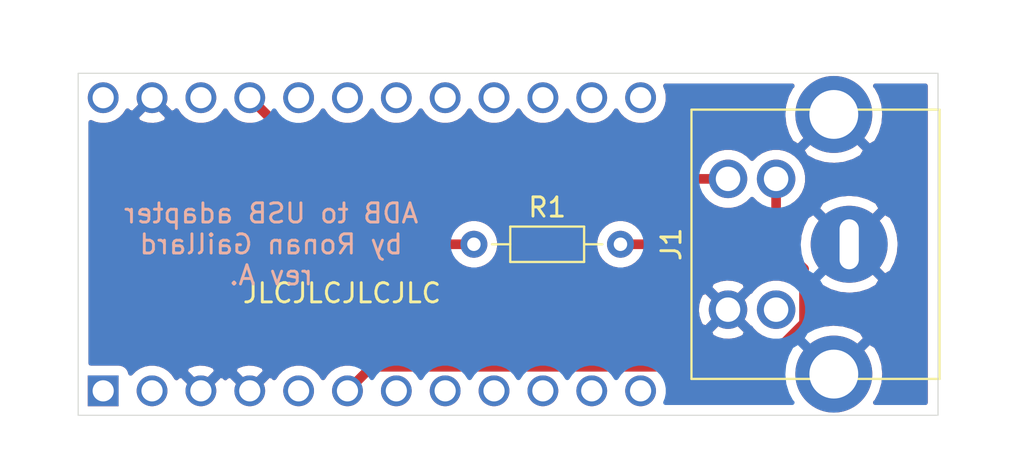
<source format=kicad_pcb>
(kicad_pcb (version 20171130) (host pcbnew "(5.1.8-0-10_14)")

  (general
    (thickness 1.6)
    (drawings 6)
    (tracks 12)
    (zones 0)
    (modules 3)
    (nets 24)
  )

  (page A4)
  (layers
    (0 F.Cu signal)
    (31 B.Cu signal)
    (32 B.Adhes user)
    (33 F.Adhes user)
    (34 B.Paste user)
    (35 F.Paste user)
    (36 B.SilkS user)
    (37 F.SilkS user)
    (38 B.Mask user)
    (39 F.Mask user)
    (40 Dwgs.User user)
    (41 Cmts.User user)
    (42 Eco1.User user)
    (43 Eco2.User user)
    (44 Edge.Cuts user)
    (45 Margin user)
    (46 B.CrtYd user)
    (47 F.CrtYd user)
    (48 B.Fab user)
    (49 F.Fab user)
  )

  (setup
    (last_trace_width 0.5)
    (user_trace_width 0.5)
    (trace_clearance 0.2)
    (zone_clearance 0.508)
    (zone_45_only no)
    (trace_min 0.2)
    (via_size 0.8)
    (via_drill 0.4)
    (via_min_size 0.4)
    (via_min_drill 0.3)
    (uvia_size 0.3)
    (uvia_drill 0.1)
    (uvias_allowed no)
    (uvia_min_size 0.2)
    (uvia_min_drill 0.1)
    (edge_width 0.05)
    (segment_width 0.2)
    (pcb_text_width 0.3)
    (pcb_text_size 1.5 1.5)
    (mod_edge_width 0.12)
    (mod_text_size 1 1)
    (mod_text_width 0.15)
    (pad_size 1.524 1.524)
    (pad_drill 0.762)
    (pad_to_mask_clearance 0)
    (aux_axis_origin 0 0)
    (visible_elements FFFFFF7F)
    (pcbplotparams
      (layerselection 0x010fc_ffffffff)
      (usegerberextensions false)
      (usegerberattributes true)
      (usegerberadvancedattributes true)
      (creategerberjobfile true)
      (excludeedgelayer true)
      (linewidth 0.100000)
      (plotframeref false)
      (viasonmask false)
      (mode 1)
      (useauxorigin false)
      (hpglpennumber 1)
      (hpglpenspeed 20)
      (hpglpendiameter 15.000000)
      (psnegative false)
      (psa4output false)
      (plotreference true)
      (plotvalue true)
      (plotinvisibletext false)
      (padsonsilk false)
      (subtractmaskfromsilk false)
      (outputformat 1)
      (mirror false)
      (drillshape 0)
      (scaleselection 1)
      (outputdirectory ""))
  )

  (net 0 "")
  (net 1 GND)
  (net 2 VCC)
  (net 3 "Net-(J1-Pad4)")
  (net 4 /ADB)
  (net 5 "Net-(U1-Pad24)")
  (net 6 "Net-(U1-Pad22)")
  (net 7 "Net-(U1-Pad20)")
  (net 8 "Net-(U1-Pad19)")
  (net 9 "Net-(U1-Pad18)")
  (net 10 "Net-(U1-Pad17)")
  (net 11 "Net-(U1-Pad16)")
  (net 12 "Net-(U1-Pad15)")
  (net 13 "Net-(U1-Pad14)")
  (net 14 "Net-(U1-Pad13)")
  (net 15 "Net-(U1-Pad12)")
  (net 16 "Net-(U1-Pad11)")
  (net 17 "Net-(U1-Pad10)")
  (net 18 "Net-(U1-Pad9)")
  (net 19 "Net-(U1-Pad8)")
  (net 20 "Net-(U1-Pad7)")
  (net 21 "Net-(U1-Pad5)")
  (net 22 "Net-(U1-Pad2)")
  (net 23 "Net-(U1-Pad1)")

  (net_class Default "This is the default net class."
    (clearance 0.2)
    (trace_width 0.25)
    (via_dia 0.8)
    (via_drill 0.4)
    (uvia_dia 0.3)
    (uvia_drill 0.1)
    (add_net /ADB)
    (add_net GND)
    (add_net "Net-(J1-Pad4)")
    (add_net "Net-(U1-Pad1)")
    (add_net "Net-(U1-Pad10)")
    (add_net "Net-(U1-Pad11)")
    (add_net "Net-(U1-Pad12)")
    (add_net "Net-(U1-Pad13)")
    (add_net "Net-(U1-Pad14)")
    (add_net "Net-(U1-Pad15)")
    (add_net "Net-(U1-Pad16)")
    (add_net "Net-(U1-Pad17)")
    (add_net "Net-(U1-Pad18)")
    (add_net "Net-(U1-Pad19)")
    (add_net "Net-(U1-Pad2)")
    (add_net "Net-(U1-Pad20)")
    (add_net "Net-(U1-Pad22)")
    (add_net "Net-(U1-Pad24)")
    (add_net "Net-(U1-Pad5)")
    (add_net "Net-(U1-Pad7)")
    (add_net "Net-(U1-Pad8)")
    (add_net "Net-(U1-Pad9)")
    (add_net VCC)
  )

  (module kicad-footprints-perso:adb_connector (layer F.Cu) (tedit 616955B6) (tstamp 616A49E5)
    (at 144 0 270)
    (path /61697BD7)
    (fp_text reference J1 (at 0 7.5 90) (layer F.SilkS)
      (effects (font (size 1 1) (thickness 0.15)))
    )
    (fp_text value Conn_01x05_Female (at 0 10 90) (layer F.Fab)
      (effects (font (size 1 1) (thickness 0.15)))
    )
    (fp_text user "ADB connector on this side" (at 0 -10 90) (layer Dwgs.User)
      (effects (font (size 1 1) (thickness 0.15)))
    )
    (fp_line (start -7 -6.45) (end 7 -6.45) (layer F.SilkS) (width 0.12))
    (fp_line (start 7 -6.45) (end 7 6.45) (layer F.SilkS) (width 0.12))
    (fp_line (start 7 6.45) (end -7 6.45) (layer F.SilkS) (width 0.12))
    (fp_line (start -7 6.45) (end -7 -6.45) (layer F.SilkS) (width 0.12))
    (pad 5 thru_hole circle (at 3.4 4.55 270) (size 2 2) (drill 1.27) (layers *.Cu *.Mask)
      (net 1 GND))
    (pad 3 thru_hole circle (at -3.4 4.55 270) (size 2 2) (drill 1.27) (layers *.Cu *.Mask)
      (net 2 VCC))
    (pad 4 thru_hole circle (at 3.4 2.05 270) (size 2 2) (drill 1.27) (layers *.Cu *.Mask)
      (net 3 "Net-(J1-Pad4)"))
    (pad 2 thru_hole circle (at -3.4 2.05 270) (size 2 2) (drill 1.27) (layers *.Cu *.Mask)
      (net 4 /ADB))
    (pad 1 thru_hole circle (at 0 -1.75 270) (size 4 4) (drill oval 2.6 1) (layers *.Cu *.Mask)
      (net 1 GND))
    (pad 1 thru_hole circle (at 6.75 -0.95 270) (size 4 4) (drill 2.54) (layers *.Cu *.Mask)
      (net 1 GND))
    (pad 1 thru_hole circle (at -6.75 -0.95 270) (size 4 4) (drill 2.54) (layers *.Cu *.Mask)
      (net 1 GND))
  )

  (module promicro:ProMicro-NoSilk (layer F.Cu) (tedit 5C3BC269) (tstamp 616A4A20)
    (at 120.935001 0)
    (descr "Pro Micro footprint")
    (tags "promicro ProMicro")
    (path /6169522B)
    (fp_text reference U1 (at 0 -10.16) (layer F.SilkS) hide
      (effects (font (size 1 1) (thickness 0.15)))
    )
    (fp_text value ProMicro (at 0 10.16) (layer F.Fab)
      (effects (font (size 1 1) (thickness 0.15)))
    )
    (fp_line (start -15.24 8.89) (end 15.24 8.89) (layer Dwgs.User) (width 0.15))
    (fp_line (start -15.24 8.89) (end -15.24 3.81) (layer Dwgs.User) (width 0.15))
    (fp_line (start -15.24 3.81) (end -17.78 3.81) (layer Dwgs.User) (width 0.15))
    (fp_line (start -17.78 3.81) (end -17.78 -3.81) (layer Dwgs.User) (width 0.15))
    (fp_line (start -17.78 -3.81) (end -15.24 -3.81) (layer Dwgs.User) (width 0.15))
    (fp_line (start -15.24 -3.81) (end -15.24 -8.89) (layer Dwgs.User) (width 0.15))
    (fp_line (start -15.24 -8.89) (end 15.24 -8.89) (layer Dwgs.User) (width 0.15))
    (fp_line (start 15.24 -8.89) (end 15.24 8.89) (layer Dwgs.User) (width 0.15))
    (pad 24 thru_hole circle (at -13.97 -7.62) (size 1.6 1.6) (drill 1.1) (layers *.Cu *.Mask)
      (net 5 "Net-(U1-Pad24)"))
    (pad 23 thru_hole circle (at -11.43 -7.62) (size 1.6 1.6) (drill 1.1) (layers *.Cu *.Mask)
      (net 1 GND))
    (pad 22 thru_hole circle (at -8.89 -7.62) (size 1.6 1.6) (drill 1.1) (layers *.Cu *.Mask)
      (net 6 "Net-(U1-Pad22)"))
    (pad 21 thru_hole circle (at -6.35 -7.62) (size 1.6 1.6) (drill 1.1) (layers *.Cu *.Mask)
      (net 2 VCC))
    (pad 20 thru_hole circle (at -3.81 -7.62) (size 1.6 1.6) (drill 1.1) (layers *.Cu *.Mask)
      (net 7 "Net-(U1-Pad20)"))
    (pad 19 thru_hole circle (at -1.27 -7.62) (size 1.6 1.6) (drill 1.1) (layers *.Cu *.Mask)
      (net 8 "Net-(U1-Pad19)"))
    (pad 18 thru_hole circle (at 1.27 -7.62) (size 1.6 1.6) (drill 1.1) (layers *.Cu *.Mask)
      (net 9 "Net-(U1-Pad18)"))
    (pad 17 thru_hole circle (at 3.81 -7.62) (size 1.6 1.6) (drill 1.1) (layers *.Cu *.Mask)
      (net 10 "Net-(U1-Pad17)"))
    (pad 16 thru_hole circle (at 6.35 -7.62) (size 1.6 1.6) (drill 1.1) (layers *.Cu *.Mask)
      (net 11 "Net-(U1-Pad16)"))
    (pad 15 thru_hole circle (at 8.89 -7.62) (size 1.6 1.6) (drill 1.1) (layers *.Cu *.Mask)
      (net 12 "Net-(U1-Pad15)"))
    (pad 14 thru_hole circle (at 11.43 -7.62) (size 1.6 1.6) (drill 1.1) (layers *.Cu *.Mask)
      (net 13 "Net-(U1-Pad14)"))
    (pad 13 thru_hole circle (at 13.97 -7.62) (size 1.6 1.6) (drill 1.1) (layers *.Cu *.Mask)
      (net 14 "Net-(U1-Pad13)"))
    (pad 12 thru_hole circle (at 13.97 7.62) (size 1.6 1.6) (drill 1.1) (layers *.Cu *.Mask)
      (net 15 "Net-(U1-Pad12)"))
    (pad 11 thru_hole circle (at 11.43 7.62) (size 1.6 1.6) (drill 1.1) (layers *.Cu *.Mask)
      (net 16 "Net-(U1-Pad11)"))
    (pad 10 thru_hole circle (at 8.89 7.62) (size 1.6 1.6) (drill 1.1) (layers *.Cu *.Mask)
      (net 17 "Net-(U1-Pad10)"))
    (pad 9 thru_hole circle (at 6.35 7.62) (size 1.6 1.6) (drill 1.1) (layers *.Cu *.Mask)
      (net 18 "Net-(U1-Pad9)"))
    (pad 8 thru_hole circle (at 3.81 7.62) (size 1.6 1.6) (drill 1.1) (layers *.Cu *.Mask)
      (net 19 "Net-(U1-Pad8)"))
    (pad 7 thru_hole circle (at 1.27 7.62) (size 1.6 1.6) (drill 1.1) (layers *.Cu *.Mask)
      (net 20 "Net-(U1-Pad7)"))
    (pad 6 thru_hole circle (at -1.27 7.62) (size 1.6 1.6) (drill 1.1) (layers *.Cu *.Mask)
      (net 4 /ADB))
    (pad 5 thru_hole circle (at -3.81 7.62) (size 1.6 1.6) (drill 1.1) (layers *.Cu *.Mask)
      (net 21 "Net-(U1-Pad5)"))
    (pad 4 thru_hole circle (at -6.35 7.62) (size 1.6 1.6) (drill 1.1) (layers *.Cu *.Mask)
      (net 1 GND))
    (pad 3 thru_hole circle (at -8.89 7.62) (size 1.6 1.6) (drill 1.1) (layers *.Cu *.Mask)
      (net 1 GND))
    (pad 2 thru_hole circle (at -11.43 7.62) (size 1.6 1.6) (drill 1.1) (layers *.Cu *.Mask)
      (net 22 "Net-(U1-Pad2)"))
    (pad 1 thru_hole rect (at -13.97 7.62) (size 1.6 1.6) (drill 1.1) (layers *.Cu *.Mask)
      (net 23 "Net-(U1-Pad1)"))
  )

  (module Resistor_THT:R_Axial_DIN0204_L3.6mm_D1.6mm_P7.62mm_Horizontal (layer F.Cu) (tedit 5AE5139B) (tstamp 616A49FC)
    (at 126.238 0)
    (descr "Resistor, Axial_DIN0204 series, Axial, Horizontal, pin pitch=7.62mm, 0.167W, length*diameter=3.6*1.6mm^2, http://cdn-reichelt.de/documents/datenblatt/B400/1_4W%23YAG.pdf")
    (tags "Resistor Axial_DIN0204 series Axial Horizontal pin pitch 7.62mm 0.167W length 3.6mm diameter 1.6mm")
    (path /616969BB)
    (fp_text reference R1 (at 3.81 -1.92) (layer F.SilkS)
      (effects (font (size 1 1) (thickness 0.15)))
    )
    (fp_text value R (at 3.81 1.92) (layer F.Fab)
      (effects (font (size 1 1) (thickness 0.15)))
    )
    (fp_text user %R (at 3.81 0) (layer F.Fab)
      (effects (font (size 0.72 0.72) (thickness 0.108)))
    )
    (fp_line (start 2.01 -0.8) (end 2.01 0.8) (layer F.Fab) (width 0.1))
    (fp_line (start 2.01 0.8) (end 5.61 0.8) (layer F.Fab) (width 0.1))
    (fp_line (start 5.61 0.8) (end 5.61 -0.8) (layer F.Fab) (width 0.1))
    (fp_line (start 5.61 -0.8) (end 2.01 -0.8) (layer F.Fab) (width 0.1))
    (fp_line (start 0 0) (end 2.01 0) (layer F.Fab) (width 0.1))
    (fp_line (start 7.62 0) (end 5.61 0) (layer F.Fab) (width 0.1))
    (fp_line (start 1.89 -0.92) (end 1.89 0.92) (layer F.SilkS) (width 0.12))
    (fp_line (start 1.89 0.92) (end 5.73 0.92) (layer F.SilkS) (width 0.12))
    (fp_line (start 5.73 0.92) (end 5.73 -0.92) (layer F.SilkS) (width 0.12))
    (fp_line (start 5.73 -0.92) (end 1.89 -0.92) (layer F.SilkS) (width 0.12))
    (fp_line (start 0.94 0) (end 1.89 0) (layer F.SilkS) (width 0.12))
    (fp_line (start 6.68 0) (end 5.73 0) (layer F.SilkS) (width 0.12))
    (fp_line (start -0.95 -1.05) (end -0.95 1.05) (layer F.CrtYd) (width 0.05))
    (fp_line (start -0.95 1.05) (end 8.57 1.05) (layer F.CrtYd) (width 0.05))
    (fp_line (start 8.57 1.05) (end 8.57 -1.05) (layer F.CrtYd) (width 0.05))
    (fp_line (start 8.57 -1.05) (end -0.95 -1.05) (layer F.CrtYd) (width 0.05))
    (pad 2 thru_hole oval (at 7.62 0) (size 1.4 1.4) (drill 0.7) (layers *.Cu *.Mask)
      (net 4 /ADB))
    (pad 1 thru_hole circle (at 0 0) (size 1.4 1.4) (drill 0.7) (layers *.Cu *.Mask)
      (net 2 VCC))
    (model ${KISYS3DMOD}/Resistor_THT.3dshapes/R_Axial_DIN0204_L3.6mm_D1.6mm_P7.62mm_Horizontal.wrl
      (at (xyz 0 0 0))
      (scale (xyz 1 1 1))
      (rotate (xyz 0 0 0))
    )
  )

  (gr_text JLCJLCJLCJLC (at 119.38 2.54) (layer F.SilkS)
    (effects (font (size 1 1) (thickness 0.15)))
  )
  (gr_text "ADB to USB adapter\nby Ronan Gaillard\nrev A." (at 115.697 0) (layer B.SilkS)
    (effects (font (size 1 1) (thickness 0.15)) (justify mirror))
  )
  (gr_line (start 105.664 8.89) (end 105.664 -8.89) (layer Edge.Cuts) (width 0.05) (tstamp 616A4D7D))
  (gr_line (start 150.368 8.89) (end 105.664 8.89) (layer Edge.Cuts) (width 0.05))
  (gr_line (start 150.368 -8.89) (end 150.368 8.89) (layer Edge.Cuts) (width 0.05))
  (gr_line (start 105.664 -8.89) (end 150.368 -8.89) (layer Edge.Cuts) (width 0.05))

  (segment (start 122.205001 0) (end 126.238 0) (width 0.5) (layer F.Cu) (net 2))
  (segment (start 114.585001 -7.62) (end 122.205001 0) (width 0.5) (layer F.Cu) (net 2))
  (segment (start 118.805001 -3.4) (end 114.585001 -7.62) (width 0.5) (layer F.Cu) (net 2))
  (segment (start 139.45 -3.4) (end 118.805001 -3.4) (width 0.5) (layer F.Cu) (net 2))
  (segment (start 120.915002 6.369999) (end 119.665001 7.62) (width 0.5) (layer F.Cu) (net 4))
  (segment (start 141.126003 6.369999) (end 120.915002 6.369999) (width 0.5) (layer F.Cu) (net 4))
  (segment (start 141.95 -0.173998) (end 143.400001 1.276003) (width 0.5) (layer F.Cu) (net 4))
  (segment (start 143.400001 4.096001) (end 141.126003 6.369999) (width 0.5) (layer F.Cu) (net 4))
  (segment (start 143.400001 1.276003) (end 143.400001 4.096001) (width 0.5) (layer F.Cu) (net 4))
  (segment (start 141.95 -3.4) (end 141.95 -0.173998) (width 0.5) (layer F.Cu) (net 4))
  (segment (start 141.776002 0) (end 141.95 -0.173998) (width 0.5) (layer F.Cu) (net 4))
  (segment (start 133.858 0) (end 141.776002 0) (width 0.5) (layer F.Cu) (net 4))

  (zone (net 1) (net_name GND) (layer F.Cu) (tstamp 616A5048) (hatch edge 0.508)
    (connect_pads (clearance 0.508))
    (min_thickness 0.254)
    (fill yes (arc_segments 32) (thermal_gap 0.508) (thermal_bridge_width 0.508))
    (polygon
      (pts
        (xy 152.4 10.16) (xy 101.6 10.16) (xy 101.6 -12.7) (xy 152.4 -12.7)
      )
    )
    (filled_polygon
      (pts
        (xy 142.735742 -8.201772) (xy 142.495062 -7.741895) (xy 142.348725 -7.243902) (xy 142.302352 -6.726929) (xy 142.357727 -6.210841)
        (xy 142.512721 -5.715474) (xy 142.735742 -5.298228) (xy 143.102501 -5.082106) (xy 144.770395 -6.75) (xy 144.756253 -6.764143)
        (xy 144.935858 -6.943748) (xy 144.95 -6.929605) (xy 144.964143 -6.943748) (xy 145.143748 -6.764143) (xy 145.129605 -6.75)
        (xy 146.797499 -5.082106) (xy 147.164258 -5.298228) (xy 147.404938 -5.758105) (xy 147.551275 -6.256098) (xy 147.597648 -6.773071)
        (xy 147.542273 -7.289159) (xy 147.387279 -7.784526) (xy 147.164258 -8.201772) (xy 147.116355 -8.23) (xy 149.708 -8.23)
        (xy 149.708001 8.23) (xy 147.116355 8.23) (xy 147.164258 8.201772) (xy 147.404938 7.741895) (xy 147.551275 7.243902)
        (xy 147.597648 6.726929) (xy 147.542273 6.210841) (xy 147.387279 5.715474) (xy 147.164258 5.298228) (xy 146.797499 5.082106)
        (xy 145.129605 6.75) (xy 145.143748 6.764143) (xy 144.964143 6.943748) (xy 144.95 6.929605) (xy 144.935858 6.943748)
        (xy 144.756253 6.764143) (xy 144.770395 6.75) (xy 144.756253 6.735858) (xy 144.935858 6.556253) (xy 144.95 6.570395)
        (xy 146.617894 4.902501) (xy 146.401772 4.535742) (xy 145.941895 4.295062) (xy 145.443902 4.148725) (xy 144.926929 4.102352)
        (xy 144.410841 4.157727) (xy 144.279145 4.198933) (xy 144.285001 4.139478) (xy 144.285001 4.13947) (xy 144.289282 4.096001)
        (xy 144.285001 4.052532) (xy 144.285001 2.191812) (xy 144.298228 2.214258) (xy 144.758105 2.454938) (xy 145.256098 2.601275)
        (xy 145.773071 2.647648) (xy 146.289159 2.592273) (xy 146.784526 2.437279) (xy 147.201772 2.214258) (xy 147.417894 1.847499)
        (xy 145.75 0.179605) (xy 145.735858 0.193748) (xy 145.556253 0.014143) (xy 145.570395 0) (xy 145.929605 0)
        (xy 147.597499 1.667894) (xy 147.964258 1.451772) (xy 148.204938 0.991895) (xy 148.351275 0.493902) (xy 148.397648 -0.023071)
        (xy 148.342273 -0.539159) (xy 148.187279 -1.034526) (xy 147.964258 -1.451772) (xy 147.597499 -1.667894) (xy 145.929605 0)
        (xy 145.570395 0) (xy 143.902501 -1.667894) (xy 143.535742 -1.451772) (xy 143.295062 -0.991895) (xy 143.148725 -0.493902)
        (xy 143.126742 -0.248834) (xy 142.835 -0.540576) (xy 142.835 -1.847499) (xy 144.082106 -1.847499) (xy 145.75 -0.179605)
        (xy 147.417894 -1.847499) (xy 147.201772 -2.214258) (xy 146.741895 -2.454938) (xy 146.243902 -2.601275) (xy 145.726929 -2.647648)
        (xy 145.210841 -2.592273) (xy 144.715474 -2.437279) (xy 144.298228 -2.214258) (xy 144.082106 -1.847499) (xy 142.835 -1.847499)
        (xy 142.835 -2.024941) (xy 142.992252 -2.130013) (xy 143.219987 -2.357748) (xy 143.398918 -2.625537) (xy 143.522168 -2.923088)
        (xy 143.585 -3.238967) (xy 143.585 -3.561033) (xy 143.522168 -3.876912) (xy 143.398918 -4.174463) (xy 143.219987 -4.442252)
        (xy 142.992252 -4.669987) (xy 142.724463 -4.848918) (xy 142.595103 -4.902501) (xy 143.282106 -4.902501) (xy 143.498228 -4.535742)
        (xy 143.958105 -4.295062) (xy 144.456098 -4.148725) (xy 144.973071 -4.102352) (xy 145.489159 -4.157727) (xy 145.984526 -4.312721)
        (xy 146.401772 -4.535742) (xy 146.617894 -4.902501) (xy 144.95 -6.570395) (xy 143.282106 -4.902501) (xy 142.595103 -4.902501)
        (xy 142.426912 -4.972168) (xy 142.111033 -5.035) (xy 141.788967 -5.035) (xy 141.473088 -4.972168) (xy 141.175537 -4.848918)
        (xy 140.907748 -4.669987) (xy 140.7 -4.462239) (xy 140.492252 -4.669987) (xy 140.224463 -4.848918) (xy 139.926912 -4.972168)
        (xy 139.611033 -5.035) (xy 139.288967 -5.035) (xy 138.973088 -4.972168) (xy 138.675537 -4.848918) (xy 138.407748 -4.669987)
        (xy 138.180013 -4.442252) (xy 138.074941 -4.285) (xy 119.17158 -4.285) (xy 117.27071 -6.18587) (xy 117.543575 -6.240147)
        (xy 117.804728 -6.34832) (xy 118.03976 -6.505363) (xy 118.239638 -6.705241) (xy 118.395001 -6.937759) (xy 118.550364 -6.705241)
        (xy 118.750242 -6.505363) (xy 118.985274 -6.34832) (xy 119.246427 -6.240147) (xy 119.523666 -6.185) (xy 119.806336 -6.185)
        (xy 120.083575 -6.240147) (xy 120.344728 -6.34832) (xy 120.57976 -6.505363) (xy 120.779638 -6.705241) (xy 120.935001 -6.937759)
        (xy 121.090364 -6.705241) (xy 121.290242 -6.505363) (xy 121.525274 -6.34832) (xy 121.786427 -6.240147) (xy 122.063666 -6.185)
        (xy 122.346336 -6.185) (xy 122.623575 -6.240147) (xy 122.884728 -6.34832) (xy 123.11976 -6.505363) (xy 123.319638 -6.705241)
        (xy 123.475001 -6.937759) (xy 123.630364 -6.705241) (xy 123.830242 -6.505363) (xy 124.065274 -6.34832) (xy 124.326427 -6.240147)
        (xy 124.603666 -6.185) (xy 124.886336 -6.185) (xy 125.163575 -6.240147) (xy 125.424728 -6.34832) (xy 125.65976 -6.505363)
        (xy 125.859638 -6.705241) (xy 126.015001 -6.937759) (xy 126.170364 -6.705241) (xy 126.370242 -6.505363) (xy 126.605274 -6.34832)
        (xy 126.866427 -6.240147) (xy 127.143666 -6.185) (xy 127.426336 -6.185) (xy 127.703575 -6.240147) (xy 127.964728 -6.34832)
        (xy 128.19976 -6.505363) (xy 128.399638 -6.705241) (xy 128.555001 -6.937759) (xy 128.710364 -6.705241) (xy 128.910242 -6.505363)
        (xy 129.145274 -6.34832) (xy 129.406427 -6.240147) (xy 129.683666 -6.185) (xy 129.966336 -6.185) (xy 130.243575 -6.240147)
        (xy 130.504728 -6.34832) (xy 130.73976 -6.505363) (xy 130.939638 -6.705241) (xy 131.095001 -6.937759) (xy 131.250364 -6.705241)
        (xy 131.450242 -6.505363) (xy 131.685274 -6.34832) (xy 131.946427 -6.240147) (xy 132.223666 -6.185) (xy 132.506336 -6.185)
        (xy 132.783575 -6.240147) (xy 133.044728 -6.34832) (xy 133.27976 -6.505363) (xy 133.479638 -6.705241) (xy 133.635001 -6.937759)
        (xy 133.790364 -6.705241) (xy 133.990242 -6.505363) (xy 134.225274 -6.34832) (xy 134.486427 -6.240147) (xy 134.763666 -6.185)
        (xy 135.046336 -6.185) (xy 135.323575 -6.240147) (xy 135.584728 -6.34832) (xy 135.81976 -6.505363) (xy 136.019638 -6.705241)
        (xy 136.176681 -6.940273) (xy 136.284854 -7.201426) (xy 136.340001 -7.478665) (xy 136.340001 -7.761335) (xy 136.284854 -8.038574)
        (xy 136.205563 -8.23) (xy 142.783645 -8.23)
      )
    )
    (filled_polygon
      (pts
        (xy 109.698749 -7.634143) (xy 109.684606 -7.62) (xy 110.497703 -6.806903) (xy 110.741672 -6.878486) (xy 110.772195 -6.942992)
        (xy 110.773321 -6.940273) (xy 110.930364 -6.705241) (xy 111.130242 -6.505363) (xy 111.365274 -6.34832) (xy 111.626427 -6.240147)
        (xy 111.903666 -6.185) (xy 112.186336 -6.185) (xy 112.463575 -6.240147) (xy 112.724728 -6.34832) (xy 112.95976 -6.505363)
        (xy 113.159638 -6.705241) (xy 113.315001 -6.937759) (xy 113.470364 -6.705241) (xy 113.670242 -6.505363) (xy 113.905274 -6.34832)
        (xy 114.166427 -6.240147) (xy 114.443666 -6.185) (xy 114.726336 -6.185) (xy 114.76144 -6.191983) (xy 117.726913 -3.22651)
        (xy 118.148469 -2.804953) (xy 118.176184 -2.771183) (xy 118.209954 -2.743468) (xy 121.548471 0.595049) (xy 121.576184 0.628817)
        (xy 121.609952 0.65653) (xy 121.609954 0.656532) (xy 121.639715 0.680956) (xy 121.710942 0.739411) (xy 121.864688 0.821589)
        (xy 122.031511 0.872195) (xy 122.161524 0.885) (xy 122.161534 0.885) (xy 122.205 0.889281) (xy 122.248466 0.885)
        (xy 125.235025 0.885) (xy 125.386987 1.036962) (xy 125.605641 1.183061) (xy 125.848595 1.283696) (xy 126.106514 1.335)
        (xy 126.369486 1.335) (xy 126.627405 1.283696) (xy 126.870359 1.183061) (xy 127.089013 1.036962) (xy 127.274962 0.851013)
        (xy 127.421061 0.632359) (xy 127.521696 0.389405) (xy 127.573 0.131486) (xy 127.573 -0.131486) (xy 127.521696 -0.389405)
        (xy 127.421061 -0.632359) (xy 127.274962 -0.851013) (xy 127.089013 -1.036962) (xy 126.870359 -1.183061) (xy 126.627405 -1.283696)
        (xy 126.369486 -1.335) (xy 126.106514 -1.335) (xy 125.848595 -1.283696) (xy 125.605641 -1.183061) (xy 125.386987 -1.036962)
        (xy 125.235025 -0.885) (xy 122.57158 -0.885) (xy 120.94158 -2.515) (xy 138.074941 -2.515) (xy 138.180013 -2.357748)
        (xy 138.407748 -2.130013) (xy 138.675537 -1.951082) (xy 138.973088 -1.827832) (xy 139.288967 -1.765) (xy 139.611033 -1.765)
        (xy 139.926912 -1.827832) (xy 140.224463 -1.951082) (xy 140.492252 -2.130013) (xy 140.7 -2.337761) (xy 140.907748 -2.130013)
        (xy 141.065 -2.02494) (xy 141.065001 -0.885) (xy 134.860975 -0.885) (xy 134.709013 -1.036962) (xy 134.490359 -1.183061)
        (xy 134.247405 -1.283696) (xy 133.989486 -1.335) (xy 133.726514 -1.335) (xy 133.468595 -1.283696) (xy 133.225641 -1.183061)
        (xy 133.006987 -1.036962) (xy 132.821038 -0.851013) (xy 132.674939 -0.632359) (xy 132.574304 -0.389405) (xy 132.523 -0.131486)
        (xy 132.523 0.131486) (xy 132.574304 0.389405) (xy 132.674939 0.632359) (xy 132.821038 0.851013) (xy 133.006987 1.036962)
        (xy 133.225641 1.183061) (xy 133.468595 1.283696) (xy 133.726514 1.335) (xy 133.989486 1.335) (xy 134.247405 1.283696)
        (xy 134.490359 1.183061) (xy 134.709013 1.036962) (xy 134.860975 0.885) (xy 141.732533 0.885) (xy 141.760138 0.887719)
        (xy 142.515001 1.642582) (xy 142.515001 1.86432) (xy 142.426912 1.827832) (xy 142.111033 1.765) (xy 141.788967 1.765)
        (xy 141.473088 1.827832) (xy 141.175537 1.951082) (xy 140.907748 2.130013) (xy 140.680013 2.357748) (xy 140.615075 2.454935)
        (xy 140.585413 2.444192) (xy 139.629605 3.4) (xy 140.585413 4.355808) (xy 140.615075 4.345065) (xy 140.680013 4.442252)
        (xy 140.907748 4.669987) (xy 141.175537 4.848918) (xy 141.331078 4.913345) (xy 140.759425 5.484999) (xy 120.958467 5.484999)
        (xy 120.915001 5.480718) (xy 120.871535 5.484999) (xy 120.871525 5.484999) (xy 120.741512 5.497804) (xy 120.574689 5.54841)
        (xy 120.420943 5.630588) (xy 120.420941 5.630589) (xy 120.420942 5.630589) (xy 120.319955 5.713467) (xy 120.319953 5.713469)
        (xy 120.286185 5.741182) (xy 120.258472 5.77495) (xy 119.84144 6.191983) (xy 119.806336 6.185) (xy 119.523666 6.185)
        (xy 119.246427 6.240147) (xy 118.985274 6.34832) (xy 118.750242 6.505363) (xy 118.550364 6.705241) (xy 118.395001 6.937759)
        (xy 118.239638 6.705241) (xy 118.03976 6.505363) (xy 117.804728 6.34832) (xy 117.543575 6.240147) (xy 117.266336 6.185)
        (xy 116.983666 6.185) (xy 116.706427 6.240147) (xy 116.445274 6.34832) (xy 116.210242 6.505363) (xy 116.010364 6.705241)
        (xy 115.854086 6.939128) (xy 115.821672 6.878486) (xy 115.577703 6.806903) (xy 114.764606 7.62) (xy 114.778749 7.634143)
        (xy 114.599144 7.813748) (xy 114.585001 7.799605) (xy 114.570859 7.813748) (xy 114.391254 7.634143) (xy 114.405396 7.62)
        (xy 113.592299 6.806903) (xy 113.34833 6.878486) (xy 113.31703 6.944636) (xy 113.281672 6.878486) (xy 113.037703 6.806903)
        (xy 112.224606 7.62) (xy 112.238749 7.634143) (xy 112.059144 7.813748) (xy 112.045001 7.799605) (xy 112.030859 7.813748)
        (xy 111.851254 7.634143) (xy 111.865396 7.62) (xy 111.052299 6.806903) (xy 110.80833 6.878486) (xy 110.777807 6.942992)
        (xy 110.776681 6.940273) (xy 110.619638 6.705241) (xy 110.541695 6.627298) (xy 111.231904 6.627298) (xy 112.045001 7.440395)
        (xy 112.858098 6.627298) (xy 113.771904 6.627298) (xy 114.585001 7.440395) (xy 115.398098 6.627298) (xy 115.326515 6.383329)
        (xy 115.071005 6.262429) (xy 114.796817 6.1937) (xy 114.514489 6.179783) (xy 114.234871 6.221213) (xy 113.968709 6.316397)
        (xy 113.843487 6.383329) (xy 113.771904 6.627298) (xy 112.858098 6.627298) (xy 112.786515 6.383329) (xy 112.531005 6.262429)
        (xy 112.256817 6.1937) (xy 111.974489 6.179783) (xy 111.694871 6.221213) (xy 111.428709 6.316397) (xy 111.303487 6.383329)
        (xy 111.231904 6.627298) (xy 110.541695 6.627298) (xy 110.41976 6.505363) (xy 110.184728 6.34832) (xy 109.923575 6.240147)
        (xy 109.646336 6.185) (xy 109.363666 6.185) (xy 109.086427 6.240147) (xy 108.825274 6.34832) (xy 108.590242 6.505363)
        (xy 108.391644 6.703961) (xy 108.390813 6.695518) (xy 108.354503 6.57582) (xy 108.295538 6.465506) (xy 108.216186 6.368815)
        (xy 108.119495 6.289463) (xy 108.009181 6.230498) (xy 107.889483 6.194188) (xy 107.765001 6.181928) (xy 106.324 6.181928)
        (xy 106.324 4.535413) (xy 138.494192 4.535413) (xy 138.589956 4.799814) (xy 138.879571 4.940704) (xy 139.191108 5.022384)
        (xy 139.512595 5.041718) (xy 139.831675 4.997961) (xy 140.136088 4.892795) (xy 140.310044 4.799814) (xy 140.405808 4.535413)
        (xy 139.45 3.579605) (xy 138.494192 4.535413) (xy 106.324 4.535413) (xy 106.324 3.462595) (xy 137.808282 3.462595)
        (xy 137.852039 3.781675) (xy 137.957205 4.086088) (xy 138.050186 4.260044) (xy 138.314587 4.355808) (xy 139.270395 3.4)
        (xy 138.314587 2.444192) (xy 138.050186 2.539956) (xy 137.909296 2.829571) (xy 137.827616 3.141108) (xy 137.808282 3.462595)
        (xy 106.324 3.462595) (xy 106.324 2.264587) (xy 138.494192 2.264587) (xy 139.45 3.220395) (xy 140.405808 2.264587)
        (xy 140.310044 2.000186) (xy 140.020429 1.859296) (xy 139.708892 1.777616) (xy 139.387405 1.758282) (xy 139.068325 1.802039)
        (xy 138.763912 1.907205) (xy 138.589956 2.000186) (xy 138.494192 2.264587) (xy 106.324 2.264587) (xy 106.324 -6.332279)
        (xy 106.546427 -6.240147) (xy 106.823666 -6.185) (xy 107.106336 -6.185) (xy 107.383575 -6.240147) (xy 107.644728 -6.34832)
        (xy 107.87976 -6.505363) (xy 108.001695 -6.627298) (xy 108.691904 -6.627298) (xy 108.763487 -6.383329) (xy 109.018997 -6.262429)
        (xy 109.293185 -6.1937) (xy 109.575513 -6.179783) (xy 109.855131 -6.221213) (xy 110.121293 -6.316397) (xy 110.246515 -6.383329)
        (xy 110.318098 -6.627298) (xy 109.505001 -7.440395) (xy 108.691904 -6.627298) (xy 108.001695 -6.627298) (xy 108.079638 -6.705241)
        (xy 108.235916 -6.939128) (xy 108.26833 -6.878486) (xy 108.512299 -6.806903) (xy 109.325396 -7.62) (xy 109.311254 -7.634143)
        (xy 109.490859 -7.813748) (xy 109.505001 -7.799605) (xy 109.519144 -7.813748)
      )
    )
  )
  (zone (net 1) (net_name GND) (layer B.Cu) (tstamp 616A5045) (hatch edge 0.508)
    (connect_pads (clearance 0.508))
    (min_thickness 0.254)
    (fill yes (arc_segments 32) (thermal_gap 0.508) (thermal_bridge_width 0.508))
    (polygon
      (pts
        (xy 152.4 10.16) (xy 101.6 10.16) (xy 101.6 -12.7) (xy 152.4 -12.7)
      )
    )
    (filled_polygon
      (pts
        (xy 142.735742 -8.201772) (xy 142.495062 -7.741895) (xy 142.348725 -7.243902) (xy 142.302352 -6.726929) (xy 142.357727 -6.210841)
        (xy 142.512721 -5.715474) (xy 142.735742 -5.298228) (xy 143.102501 -5.082106) (xy 144.770395 -6.75) (xy 144.756253 -6.764143)
        (xy 144.935858 -6.943748) (xy 144.95 -6.929605) (xy 144.964143 -6.943748) (xy 145.143748 -6.764143) (xy 145.129605 -6.75)
        (xy 146.797499 -5.082106) (xy 147.164258 -5.298228) (xy 147.404938 -5.758105) (xy 147.551275 -6.256098) (xy 147.597648 -6.773071)
        (xy 147.542273 -7.289159) (xy 147.387279 -7.784526) (xy 147.164258 -8.201772) (xy 147.116355 -8.23) (xy 149.708 -8.23)
        (xy 149.708001 8.23) (xy 147.116355 8.23) (xy 147.164258 8.201772) (xy 147.404938 7.741895) (xy 147.551275 7.243902)
        (xy 147.597648 6.726929) (xy 147.542273 6.210841) (xy 147.387279 5.715474) (xy 147.164258 5.298228) (xy 146.797499 5.082106)
        (xy 145.129605 6.75) (xy 145.143748 6.764143) (xy 144.964143 6.943748) (xy 144.95 6.929605) (xy 144.935858 6.943748)
        (xy 144.756253 6.764143) (xy 144.770395 6.75) (xy 143.102501 5.082106) (xy 142.735742 5.298228) (xy 142.495062 5.758105)
        (xy 142.348725 6.256098) (xy 142.302352 6.773071) (xy 142.357727 7.289159) (xy 142.512721 7.784526) (xy 142.735742 8.201772)
        (xy 142.783645 8.23) (xy 136.205563 8.23) (xy 136.284854 8.038574) (xy 136.340001 7.761335) (xy 136.340001 7.478665)
        (xy 136.284854 7.201426) (xy 136.176681 6.940273) (xy 136.019638 6.705241) (xy 135.81976 6.505363) (xy 135.584728 6.34832)
        (xy 135.323575 6.240147) (xy 135.046336 6.185) (xy 134.763666 6.185) (xy 134.486427 6.240147) (xy 134.225274 6.34832)
        (xy 133.990242 6.505363) (xy 133.790364 6.705241) (xy 133.635001 6.937759) (xy 133.479638 6.705241) (xy 133.27976 6.505363)
        (xy 133.044728 6.34832) (xy 132.783575 6.240147) (xy 132.506336 6.185) (xy 132.223666 6.185) (xy 131.946427 6.240147)
        (xy 131.685274 6.34832) (xy 131.450242 6.505363) (xy 131.250364 6.705241) (xy 131.095001 6.937759) (xy 130.939638 6.705241)
        (xy 130.73976 6.505363) (xy 130.504728 6.34832) (xy 130.243575 6.240147) (xy 129.966336 6.185) (xy 129.683666 6.185)
        (xy 129.406427 6.240147) (xy 129.145274 6.34832) (xy 128.910242 6.505363) (xy 128.710364 6.705241) (xy 128.555001 6.937759)
        (xy 128.399638 6.705241) (xy 128.19976 6.505363) (xy 127.964728 6.34832) (xy 127.703575 6.240147) (xy 127.426336 6.185)
        (xy 127.143666 6.185) (xy 126.866427 6.240147) (xy 126.605274 6.34832) (xy 126.370242 6.505363) (xy 126.170364 6.705241)
        (xy 126.015001 6.937759) (xy 125.859638 6.705241) (xy 125.65976 6.505363) (xy 125.424728 6.34832) (xy 125.163575 6.240147)
        (xy 124.886336 6.185) (xy 124.603666 6.185) (xy 124.326427 6.240147) (xy 124.065274 6.34832) (xy 123.830242 6.505363)
        (xy 123.630364 6.705241) (xy 123.475001 6.937759) (xy 123.319638 6.705241) (xy 123.11976 6.505363) (xy 122.884728 6.34832)
        (xy 122.623575 6.240147) (xy 122.346336 6.185) (xy 122.063666 6.185) (xy 121.786427 6.240147) (xy 121.525274 6.34832)
        (xy 121.290242 6.505363) (xy 121.090364 6.705241) (xy 120.935001 6.937759) (xy 120.779638 6.705241) (xy 120.57976 6.505363)
        (xy 120.344728 6.34832) (xy 120.083575 6.240147) (xy 119.806336 6.185) (xy 119.523666 6.185) (xy 119.246427 6.240147)
        (xy 118.985274 6.34832) (xy 118.750242 6.505363) (xy 118.550364 6.705241) (xy 118.395001 6.937759) (xy 118.239638 6.705241)
        (xy 118.03976 6.505363) (xy 117.804728 6.34832) (xy 117.543575 6.240147) (xy 117.266336 6.185) (xy 116.983666 6.185)
        (xy 116.706427 6.240147) (xy 116.445274 6.34832) (xy 116.210242 6.505363) (xy 116.010364 6.705241) (xy 115.854086 6.939128)
        (xy 115.821672 6.878486) (xy 115.577703 6.806903) (xy 114.764606 7.62) (xy 114.778749 7.634143) (xy 114.599144 7.813748)
        (xy 114.585001 7.799605) (xy 114.570859 7.813748) (xy 114.391254 7.634143) (xy 114.405396 7.62) (xy 113.592299 6.806903)
        (xy 113.34833 6.878486) (xy 113.31703 6.944636) (xy 113.281672 6.878486) (xy 113.037703 6.806903) (xy 112.224606 7.62)
        (xy 112.238749 7.634143) (xy 112.059144 7.813748) (xy 112.045001 7.799605) (xy 112.030859 7.813748) (xy 111.851254 7.634143)
        (xy 111.865396 7.62) (xy 111.052299 6.806903) (xy 110.80833 6.878486) (xy 110.777807 6.942992) (xy 110.776681 6.940273)
        (xy 110.619638 6.705241) (xy 110.541695 6.627298) (xy 111.231904 6.627298) (xy 112.045001 7.440395) (xy 112.858098 6.627298)
        (xy 113.771904 6.627298) (xy 114.585001 7.440395) (xy 115.398098 6.627298) (xy 115.326515 6.383329) (xy 115.071005 6.262429)
        (xy 114.796817 6.1937) (xy 114.514489 6.179783) (xy 114.234871 6.221213) (xy 113.968709 6.316397) (xy 113.843487 6.383329)
        (xy 113.771904 6.627298) (xy 112.858098 6.627298) (xy 112.786515 6.383329) (xy 112.531005 6.262429) (xy 112.256817 6.1937)
        (xy 111.974489 6.179783) (xy 111.694871 6.221213) (xy 111.428709 6.316397) (xy 111.303487 6.383329) (xy 111.231904 6.627298)
        (xy 110.541695 6.627298) (xy 110.41976 6.505363) (xy 110.184728 6.34832) (xy 109.923575 6.240147) (xy 109.646336 6.185)
        (xy 109.363666 6.185) (xy 109.086427 6.240147) (xy 108.825274 6.34832) (xy 108.590242 6.505363) (xy 108.391644 6.703961)
        (xy 108.390813 6.695518) (xy 108.354503 6.57582) (xy 108.295538 6.465506) (xy 108.216186 6.368815) (xy 108.119495 6.289463)
        (xy 108.009181 6.230498) (xy 107.889483 6.194188) (xy 107.765001 6.181928) (xy 106.324 6.181928) (xy 106.324 4.535413)
        (xy 138.494192 4.535413) (xy 138.589956 4.799814) (xy 138.879571 4.940704) (xy 139.191108 5.022384) (xy 139.512595 5.041718)
        (xy 139.831675 4.997961) (xy 140.136088 4.892795) (xy 140.310044 4.799814) (xy 140.405808 4.535413) (xy 139.45 3.579605)
        (xy 138.494192 4.535413) (xy 106.324 4.535413) (xy 106.324 3.462595) (xy 137.808282 3.462595) (xy 137.852039 3.781675)
        (xy 137.957205 4.086088) (xy 138.050186 4.260044) (xy 138.314587 4.355808) (xy 139.270395 3.4) (xy 139.629605 3.4)
        (xy 140.585413 4.355808) (xy 140.615075 4.345065) (xy 140.680013 4.442252) (xy 140.907748 4.669987) (xy 141.175537 4.848918)
        (xy 141.473088 4.972168) (xy 141.788967 5.035) (xy 142.111033 5.035) (xy 142.426912 4.972168) (xy 142.595102 4.902501)
        (xy 143.282106 4.902501) (xy 144.95 6.570395) (xy 146.617894 4.902501) (xy 146.401772 4.535742) (xy 145.941895 4.295062)
        (xy 145.443902 4.148725) (xy 144.926929 4.102352) (xy 144.410841 4.157727) (xy 143.915474 4.312721) (xy 143.498228 4.535742)
        (xy 143.282106 4.902501) (xy 142.595102 4.902501) (xy 142.724463 4.848918) (xy 142.992252 4.669987) (xy 143.219987 4.442252)
        (xy 143.398918 4.174463) (xy 143.522168 3.876912) (xy 143.585 3.561033) (xy 143.585 3.238967) (xy 143.522168 2.923088)
        (xy 143.398918 2.625537) (xy 143.219987 2.357748) (xy 142.992252 2.130013) (xy 142.724463 1.951082) (xy 142.474393 1.847499)
        (xy 144.082106 1.847499) (xy 144.298228 2.214258) (xy 144.758105 2.454938) (xy 145.256098 2.601275) (xy 145.773071 2.647648)
        (xy 146.289159 2.592273) (xy 146.784526 2.437279) (xy 147.201772 2.214258) (xy 147.417894 1.847499) (xy 145.75 0.179605)
        (xy 144.082106 1.847499) (xy 142.474393 1.847499) (xy 142.426912 1.827832) (xy 142.111033 1.765) (xy 141.788967 1.765)
        (xy 141.473088 1.827832) (xy 141.175537 1.951082) (xy 140.907748 2.130013) (xy 140.680013 2.357748) (xy 140.615075 2.454935)
        (xy 140.585413 2.444192) (xy 139.629605 3.4) (xy 139.270395 3.4) (xy 138.314587 2.444192) (xy 138.050186 2.539956)
        (xy 137.909296 2.829571) (xy 137.827616 3.141108) (xy 137.808282 3.462595) (xy 106.324 3.462595) (xy 106.324 2.264587)
        (xy 138.494192 2.264587) (xy 139.45 3.220395) (xy 140.405808 2.264587) (xy 140.310044 2.000186) (xy 140.020429 1.859296)
        (xy 139.708892 1.777616) (xy 139.387405 1.758282) (xy 139.068325 1.802039) (xy 138.763912 1.907205) (xy 138.589956 2.000186)
        (xy 138.494192 2.264587) (xy 106.324 2.264587) (xy 106.324 -0.131486) (xy 124.903 -0.131486) (xy 124.903 0.131486)
        (xy 124.954304 0.389405) (xy 125.054939 0.632359) (xy 125.201038 0.851013) (xy 125.386987 1.036962) (xy 125.605641 1.183061)
        (xy 125.848595 1.283696) (xy 126.106514 1.335) (xy 126.369486 1.335) (xy 126.627405 1.283696) (xy 126.870359 1.183061)
        (xy 127.089013 1.036962) (xy 127.274962 0.851013) (xy 127.421061 0.632359) (xy 127.521696 0.389405) (xy 127.573 0.131486)
        (xy 127.573 -0.131486) (xy 132.523 -0.131486) (xy 132.523 0.131486) (xy 132.574304 0.389405) (xy 132.674939 0.632359)
        (xy 132.821038 0.851013) (xy 133.006987 1.036962) (xy 133.225641 1.183061) (xy 133.468595 1.283696) (xy 133.726514 1.335)
        (xy 133.989486 1.335) (xy 134.247405 1.283696) (xy 134.490359 1.183061) (xy 134.709013 1.036962) (xy 134.894962 0.851013)
        (xy 135.041061 0.632359) (xy 135.141696 0.389405) (xy 135.193 0.131486) (xy 135.193 0.023071) (xy 143.102352 0.023071)
        (xy 143.157727 0.539159) (xy 143.312721 1.034526) (xy 143.535742 1.451772) (xy 143.902501 1.667894) (xy 145.570395 0)
        (xy 145.929605 0) (xy 147.597499 1.667894) (xy 147.964258 1.451772) (xy 148.204938 0.991895) (xy 148.351275 0.493902)
        (xy 148.397648 -0.023071) (xy 148.342273 -0.539159) (xy 148.187279 -1.034526) (xy 147.964258 -1.451772) (xy 147.597499 -1.667894)
        (xy 145.929605 0) (xy 145.570395 0) (xy 143.902501 -1.667894) (xy 143.535742 -1.451772) (xy 143.295062 -0.991895)
        (xy 143.148725 -0.493902) (xy 143.102352 0.023071) (xy 135.193 0.023071) (xy 135.193 -0.131486) (xy 135.141696 -0.389405)
        (xy 135.041061 -0.632359) (xy 134.894962 -0.851013) (xy 134.709013 -1.036962) (xy 134.490359 -1.183061) (xy 134.247405 -1.283696)
        (xy 133.989486 -1.335) (xy 133.726514 -1.335) (xy 133.468595 -1.283696) (xy 133.225641 -1.183061) (xy 133.006987 -1.036962)
        (xy 132.821038 -0.851013) (xy 132.674939 -0.632359) (xy 132.574304 -0.389405) (xy 132.523 -0.131486) (xy 127.573 -0.131486)
        (xy 127.521696 -0.389405) (xy 127.421061 -0.632359) (xy 127.274962 -0.851013) (xy 127.089013 -1.036962) (xy 126.870359 -1.183061)
        (xy 126.627405 -1.283696) (xy 126.369486 -1.335) (xy 126.106514 -1.335) (xy 125.848595 -1.283696) (xy 125.605641 -1.183061)
        (xy 125.386987 -1.036962) (xy 125.201038 -0.851013) (xy 125.054939 -0.632359) (xy 124.954304 -0.389405) (xy 124.903 -0.131486)
        (xy 106.324 -0.131486) (xy 106.324 -3.561033) (xy 137.815 -3.561033) (xy 137.815 -3.238967) (xy 137.877832 -2.923088)
        (xy 138.001082 -2.625537) (xy 138.180013 -2.357748) (xy 138.407748 -2.130013) (xy 138.675537 -1.951082) (xy 138.973088 -1.827832)
        (xy 139.288967 -1.765) (xy 139.611033 -1.765) (xy 139.926912 -1.827832) (xy 140.224463 -1.951082) (xy 140.492252 -2.130013)
        (xy 140.7 -2.337761) (xy 140.907748 -2.130013) (xy 141.175537 -1.951082) (xy 141.473088 -1.827832) (xy 141.788967 -1.765)
        (xy 142.111033 -1.765) (xy 142.426912 -1.827832) (xy 142.474392 -1.847499) (xy 144.082106 -1.847499) (xy 145.75 -0.179605)
        (xy 147.417894 -1.847499) (xy 147.201772 -2.214258) (xy 146.741895 -2.454938) (xy 146.243902 -2.601275) (xy 145.726929 -2.647648)
        (xy 145.210841 -2.592273) (xy 144.715474 -2.437279) (xy 144.298228 -2.214258) (xy 144.082106 -1.847499) (xy 142.474392 -1.847499)
        (xy 142.724463 -1.951082) (xy 142.992252 -2.130013) (xy 143.219987 -2.357748) (xy 143.398918 -2.625537) (xy 143.522168 -2.923088)
        (xy 143.585 -3.238967) (xy 143.585 -3.561033) (xy 143.522168 -3.876912) (xy 143.398918 -4.174463) (xy 143.219987 -4.442252)
        (xy 142.992252 -4.669987) (xy 142.724463 -4.848918) (xy 142.595103 -4.902501) (xy 143.282106 -4.902501) (xy 143.498228 -4.535742)
        (xy 143.958105 -4.295062) (xy 144.456098 -4.148725) (xy 144.973071 -4.102352) (xy 145.489159 -4.157727) (xy 145.984526 -4.312721)
        (xy 146.401772 -4.535742) (xy 146.617894 -4.902501) (xy 144.95 -6.570395) (xy 143.282106 -4.902501) (xy 142.595103 -4.902501)
        (xy 142.426912 -4.972168) (xy 142.111033 -5.035) (xy 141.788967 -5.035) (xy 141.473088 -4.972168) (xy 141.175537 -4.848918)
        (xy 140.907748 -4.669987) (xy 140.7 -4.462239) (xy 140.492252 -4.669987) (xy 140.224463 -4.848918) (xy 139.926912 -4.972168)
        (xy 139.611033 -5.035) (xy 139.288967 -5.035) (xy 138.973088 -4.972168) (xy 138.675537 -4.848918) (xy 138.407748 -4.669987)
        (xy 138.180013 -4.442252) (xy 138.001082 -4.174463) (xy 137.877832 -3.876912) (xy 137.815 -3.561033) (xy 106.324 -3.561033)
        (xy 106.324 -6.332279) (xy 106.546427 -6.240147) (xy 106.823666 -6.185) (xy 107.106336 -6.185) (xy 107.383575 -6.240147)
        (xy 107.644728 -6.34832) (xy 107.87976 -6.505363) (xy 108.001695 -6.627298) (xy 108.691904 -6.627298) (xy 108.763487 -6.383329)
        (xy 109.018997 -6.262429) (xy 109.293185 -6.1937) (xy 109.575513 -6.179783) (xy 109.855131 -6.221213) (xy 110.121293 -6.316397)
        (xy 110.246515 -6.383329) (xy 110.318098 -6.627298) (xy 109.505001 -7.440395) (xy 108.691904 -6.627298) (xy 108.001695 -6.627298)
        (xy 108.079638 -6.705241) (xy 108.235916 -6.939128) (xy 108.26833 -6.878486) (xy 108.512299 -6.806903) (xy 109.325396 -7.62)
        (xy 109.311254 -7.634143) (xy 109.490859 -7.813748) (xy 109.505001 -7.799605) (xy 109.519144 -7.813748) (xy 109.698749 -7.634143)
        (xy 109.684606 -7.62) (xy 110.497703 -6.806903) (xy 110.741672 -6.878486) (xy 110.772195 -6.942992) (xy 110.773321 -6.940273)
        (xy 110.930364 -6.705241) (xy 111.130242 -6.505363) (xy 111.365274 -6.34832) (xy 111.626427 -6.240147) (xy 111.903666 -6.185)
        (xy 112.186336 -6.185) (xy 112.463575 -6.240147) (xy 112.724728 -6.34832) (xy 112.95976 -6.505363) (xy 113.159638 -6.705241)
        (xy 113.315001 -6.937759) (xy 113.470364 -6.705241) (xy 113.670242 -6.505363) (xy 113.905274 -6.34832) (xy 114.166427 -6.240147)
        (xy 114.443666 -6.185) (xy 114.726336 -6.185) (xy 115.003575 -6.240147) (xy 115.264728 -6.34832) (xy 115.49976 -6.505363)
        (xy 115.699638 -6.705241) (xy 115.855001 -6.937759) (xy 116.010364 -6.705241) (xy 116.210242 -6.505363) (xy 116.445274 -6.34832)
        (xy 116.706427 -6.240147) (xy 116.983666 -6.185) (xy 117.266336 -6.185) (xy 117.543575 -6.240147) (xy 117.804728 -6.34832)
        (xy 118.03976 -6.505363) (xy 118.239638 -6.705241) (xy 118.395001 -6.937759) (xy 118.550364 -6.705241) (xy 118.750242 -6.505363)
        (xy 118.985274 -6.34832) (xy 119.246427 -6.240147) (xy 119.523666 -6.185) (xy 119.806336 -6.185) (xy 120.083575 -6.240147)
        (xy 120.344728 -6.34832) (xy 120.57976 -6.505363) (xy 120.779638 -6.705241) (xy 120.935001 -6.937759) (xy 121.090364 -6.705241)
        (xy 121.290242 -6.505363) (xy 121.525274 -6.34832) (xy 121.786427 -6.240147) (xy 122.063666 -6.185) (xy 122.346336 -6.185)
        (xy 122.623575 -6.240147) (xy 122.884728 -6.34832) (xy 123.11976 -6.505363) (xy 123.319638 -6.705241) (xy 123.475001 -6.937759)
        (xy 123.630364 -6.705241) (xy 123.830242 -6.505363) (xy 124.065274 -6.34832) (xy 124.326427 -6.240147) (xy 124.603666 -6.185)
        (xy 124.886336 -6.185) (xy 125.163575 -6.240147) (xy 125.424728 -6.34832) (xy 125.65976 -6.505363) (xy 125.859638 -6.705241)
        (xy 126.015001 -6.937759) (xy 126.170364 -6.705241) (xy 126.370242 -6.505363) (xy 126.605274 -6.34832) (xy 126.866427 -6.240147)
        (xy 127.143666 -6.185) (xy 127.426336 -6.185) (xy 127.703575 -6.240147) (xy 127.964728 -6.34832) (xy 128.19976 -6.505363)
        (xy 128.399638 -6.705241) (xy 128.555001 -6.937759) (xy 128.710364 -6.705241) (xy 128.910242 -6.505363) (xy 129.145274 -6.34832)
        (xy 129.406427 -6.240147) (xy 129.683666 -6.185) (xy 129.966336 -6.185) (xy 130.243575 -6.240147) (xy 130.504728 -6.34832)
        (xy 130.73976 -6.505363) (xy 130.939638 -6.705241) (xy 131.095001 -6.937759) (xy 131.250364 -6.705241) (xy 131.450242 -6.505363)
        (xy 131.685274 -6.34832) (xy 131.946427 -6.240147) (xy 132.223666 -6.185) (xy 132.506336 -6.185) (xy 132.783575 -6.240147)
        (xy 133.044728 -6.34832) (xy 133.27976 -6.505363) (xy 133.479638 -6.705241) (xy 133.635001 -6.937759) (xy 133.790364 -6.705241)
        (xy 133.990242 -6.505363) (xy 134.225274 -6.34832) (xy 134.486427 -6.240147) (xy 134.763666 -6.185) (xy 135.046336 -6.185)
        (xy 135.323575 -6.240147) (xy 135.584728 -6.34832) (xy 135.81976 -6.505363) (xy 136.019638 -6.705241) (xy 136.176681 -6.940273)
        (xy 136.284854 -7.201426) (xy 136.340001 -7.478665) (xy 136.340001 -7.761335) (xy 136.284854 -8.038574) (xy 136.205563 -8.23)
        (xy 142.783645 -8.23)
      )
    )
  )
)

</source>
